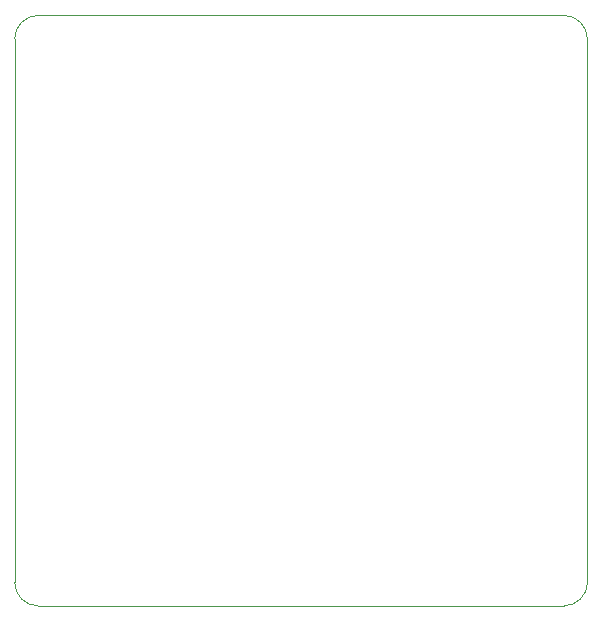
<source format=gbr>
G04 #@! TF.GenerationSoftware,KiCad,Pcbnew,5.1.9-73d0e3b20d~88~ubuntu20.04.1*
G04 #@! TF.CreationDate,2021-01-17T19:34:15+02:00*
G04 #@! TF.ProjectId,USB-TypeC-Switch,5553422d-5479-4706-9543-2d5377697463,rev?*
G04 #@! TF.SameCoordinates,Original*
G04 #@! TF.FileFunction,Profile,NP*
%FSLAX46Y46*%
G04 Gerber Fmt 4.6, Leading zero omitted, Abs format (unit mm)*
G04 Created by KiCad (PCBNEW 5.1.9-73d0e3b20d~88~ubuntu20.04.1) date 2021-01-17 19:34:15*
%MOMM*%
%LPD*%
G01*
G04 APERTURE LIST*
G04 #@! TA.AperFunction,Profile*
%ADD10C,0.050000*%
G04 #@! TD*
G04 APERTURE END LIST*
D10*
X32750000Y-136000000D02*
G75*
G02*
X30750000Y-134000000I0J2000000D01*
G01*
X79250000Y-134000000D02*
G75*
G02*
X77250000Y-136000000I-2000000J0D01*
G01*
X77250000Y-86000000D02*
G75*
G02*
X79250000Y-88000000I0J-2000000D01*
G01*
X32750000Y-86000000D02*
G75*
G03*
X30750000Y-88000000I0J-2000000D01*
G01*
X77250000Y-86000000D02*
X32750000Y-86000000D01*
X79250000Y-134000000D02*
X79250000Y-88000000D01*
X32750000Y-136000000D02*
X77250000Y-136000000D01*
X30750000Y-88000000D02*
X30750000Y-134000000D01*
M02*

</source>
